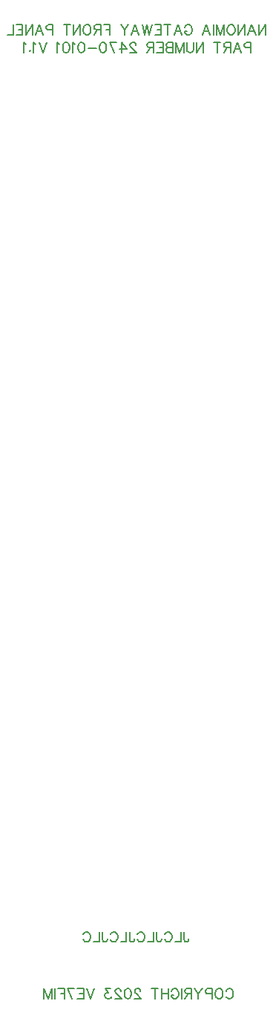
<source format=gbo>
G04 Layer: BottomSilkscreenLayer*
G04 EasyEDA v6.5.29, 2023-07-18 11:26:45*
G04 93ed5b14ed274c0ea8102e9f6fabb942,5a6b42c53f6a479593ecc07194224c93,10*
G04 Gerber Generator version 0.2*
G04 Scale: 100 percent, Rotated: No, Reflected: No *
G04 Dimensions in millimeters *
G04 leading zeros omitted , absolute positions ,4 integer and 5 decimal *
%FSLAX45Y45*%
%MOMM*%

%ADD10C,0.2032*%

%LPD*%
D10*
X3055081Y1059017D02*
G01*
X3060537Y1069926D01*
X3071446Y1080836D01*
X3082353Y1086289D01*
X3104172Y1086289D01*
X3115081Y1080836D01*
X3125990Y1069926D01*
X3131446Y1059017D01*
X3136900Y1042654D01*
X3136900Y1015382D01*
X3131446Y999017D01*
X3125990Y988108D01*
X3115081Y977198D01*
X3104172Y971745D01*
X3082353Y971745D01*
X3071446Y977198D01*
X3060537Y988108D01*
X3055081Y999017D01*
X2986354Y1086289D02*
G01*
X2997263Y1080836D01*
X3008172Y1069926D01*
X3013628Y1059017D01*
X3019082Y1042654D01*
X3019082Y1015382D01*
X3013628Y999017D01*
X3008172Y988108D01*
X2997263Y977198D01*
X2986354Y971745D01*
X2964535Y971745D01*
X2953628Y977198D01*
X2942719Y988108D01*
X2937263Y999017D01*
X2931810Y1015382D01*
X2931810Y1042654D01*
X2937263Y1059017D01*
X2942719Y1069926D01*
X2953628Y1080836D01*
X2964535Y1086289D01*
X2986354Y1086289D01*
X2895810Y1086289D02*
G01*
X2895810Y971745D01*
X2895810Y1086289D02*
G01*
X2846717Y1086289D01*
X2830355Y1080836D01*
X2824901Y1075382D01*
X2819445Y1064473D01*
X2819445Y1048108D01*
X2824901Y1037198D01*
X2830355Y1031745D01*
X2846717Y1026289D01*
X2895810Y1026289D01*
X2783446Y1086289D02*
G01*
X2739809Y1031745D01*
X2739809Y971745D01*
X2696174Y1086289D02*
G01*
X2739809Y1031745D01*
X2660172Y1086289D02*
G01*
X2660172Y971745D01*
X2660172Y1086289D02*
G01*
X2611081Y1086289D01*
X2594719Y1080836D01*
X2589265Y1075382D01*
X2583809Y1064473D01*
X2583809Y1053564D01*
X2589265Y1042654D01*
X2594719Y1037198D01*
X2611081Y1031745D01*
X2660172Y1031745D01*
X2621991Y1031745D02*
G01*
X2583809Y971745D01*
X2547810Y1086289D02*
G01*
X2547810Y971745D01*
X2429992Y1059017D02*
G01*
X2435445Y1069926D01*
X2446355Y1080836D01*
X2457264Y1086289D01*
X2479083Y1086289D01*
X2489992Y1080836D01*
X2500901Y1069926D01*
X2506355Y1059017D01*
X2511811Y1042654D01*
X2511811Y1015382D01*
X2506355Y999017D01*
X2500901Y988108D01*
X2489992Y977198D01*
X2479083Y971745D01*
X2457264Y971745D01*
X2446355Y977198D01*
X2435445Y988108D01*
X2429992Y999017D01*
X2429992Y1015382D01*
X2457264Y1015382D02*
G01*
X2429992Y1015382D01*
X2393993Y1086289D02*
G01*
X2393993Y971745D01*
X2317628Y1086289D02*
G01*
X2317628Y971745D01*
X2393993Y1031745D02*
G01*
X2317628Y1031745D01*
X2243447Y1086289D02*
G01*
X2243447Y971745D01*
X2281628Y1086289D02*
G01*
X2205266Y1086289D01*
X2079810Y1059017D02*
G01*
X2079810Y1064473D01*
X2074357Y1075382D01*
X2068901Y1080836D01*
X2057991Y1086289D01*
X2036175Y1086289D01*
X2025266Y1080836D01*
X2019810Y1075382D01*
X2014357Y1064473D01*
X2014357Y1053564D01*
X2019810Y1042654D01*
X2030719Y1026289D01*
X2085266Y971745D01*
X2008901Y971745D01*
X1940173Y1086289D02*
G01*
X1956539Y1080836D01*
X1967448Y1064473D01*
X1972901Y1037198D01*
X1972901Y1020836D01*
X1967448Y993564D01*
X1956539Y977198D01*
X1940173Y971745D01*
X1929267Y971745D01*
X1912901Y977198D01*
X1901992Y993564D01*
X1896539Y1020836D01*
X1896539Y1037198D01*
X1901992Y1064473D01*
X1912901Y1080836D01*
X1929267Y1086289D01*
X1940173Y1086289D01*
X1855083Y1059017D02*
G01*
X1855083Y1064473D01*
X1849630Y1075382D01*
X1844174Y1080836D01*
X1833265Y1086289D01*
X1811449Y1086289D01*
X1800539Y1080836D01*
X1795084Y1075382D01*
X1789630Y1064473D01*
X1789630Y1053564D01*
X1795084Y1042654D01*
X1805993Y1026289D01*
X1860539Y971745D01*
X1784174Y971745D01*
X1737266Y1086289D02*
G01*
X1677266Y1086289D01*
X1709994Y1042654D01*
X1693631Y1042654D01*
X1682722Y1037198D01*
X1677266Y1031745D01*
X1671812Y1015382D01*
X1671812Y1004473D01*
X1677266Y988108D01*
X1688175Y977198D01*
X1704538Y971745D01*
X1720903Y971745D01*
X1737266Y977198D01*
X1742721Y982654D01*
X1748175Y993564D01*
X1551813Y1086289D02*
G01*
X1508175Y971745D01*
X1464538Y1086289D02*
G01*
X1508175Y971745D01*
X1428539Y1086289D02*
G01*
X1428539Y971745D01*
X1428539Y1086289D02*
G01*
X1357629Y1086289D01*
X1428539Y1031745D02*
G01*
X1384904Y1031745D01*
X1428539Y971745D02*
G01*
X1357629Y971745D01*
X1245268Y1086289D02*
G01*
X1299811Y971745D01*
X1321630Y1086289D02*
G01*
X1245268Y1086289D01*
X1209268Y1086289D02*
G01*
X1209268Y971745D01*
X1209268Y1086289D02*
G01*
X1138359Y1086289D01*
X1209268Y1031745D02*
G01*
X1165631Y1031745D01*
X1102357Y1086289D02*
G01*
X1102357Y971745D01*
X1066358Y1086289D02*
G01*
X1066358Y971745D01*
X1066358Y1086289D02*
G01*
X1022723Y971745D01*
X979086Y1086289D02*
G01*
X1022723Y971745D01*
X979086Y1086289D02*
G01*
X979086Y971745D01*
X2574290Y1734057D02*
G01*
X2574290Y1646681D01*
X2579877Y1630426D01*
X2585211Y1624837D01*
X2596134Y1619504D01*
X2607056Y1619504D01*
X2617977Y1624837D01*
X2623565Y1630426D01*
X2628900Y1646681D01*
X2628900Y1657604D01*
X2538475Y1734057D02*
G01*
X2538475Y1619504D01*
X2538475Y1619504D02*
G01*
X2472943Y1619504D01*
X2355088Y1706626D02*
G01*
X2360422Y1717547D01*
X2371343Y1728470D01*
X2382265Y1734057D01*
X2404109Y1734057D01*
X2415031Y1728470D01*
X2425954Y1717547D01*
X2431541Y1706626D01*
X2436875Y1690370D01*
X2436875Y1663192D01*
X2431541Y1646681D01*
X2425954Y1635760D01*
X2415031Y1624837D01*
X2404109Y1619504D01*
X2382265Y1619504D01*
X2371343Y1624837D01*
X2360422Y1635760D01*
X2355088Y1646681D01*
X2264663Y1734057D02*
G01*
X2264663Y1646681D01*
X2269997Y1630426D01*
X2275331Y1624837D01*
X2286254Y1619504D01*
X2297175Y1619504D01*
X2308097Y1624837D01*
X2313686Y1630426D01*
X2319020Y1646681D01*
X2319020Y1657604D01*
X2228595Y1734057D02*
G01*
X2228595Y1619504D01*
X2228595Y1619504D02*
G01*
X2163063Y1619504D01*
X2045208Y1706626D02*
G01*
X2050795Y1717547D01*
X2061718Y1728470D01*
X2072640Y1734057D01*
X2094229Y1734057D01*
X2105152Y1728470D01*
X2116074Y1717547D01*
X2121661Y1706626D01*
X2126995Y1690370D01*
X2126995Y1663192D01*
X2121661Y1646681D01*
X2116074Y1635760D01*
X2105152Y1624837D01*
X2094229Y1619504D01*
X2072640Y1619504D01*
X2061718Y1624837D01*
X2050795Y1635760D01*
X2045208Y1646681D01*
X1954784Y1734057D02*
G01*
X1954784Y1646681D01*
X1960118Y1630426D01*
X1965706Y1624837D01*
X1976627Y1619504D01*
X1987550Y1619504D01*
X1998472Y1624837D01*
X2003806Y1630426D01*
X2009140Y1646681D01*
X2009140Y1657604D01*
X1918715Y1734057D02*
G01*
X1918715Y1619504D01*
X1918715Y1619504D02*
G01*
X1853184Y1619504D01*
X1735327Y1706626D02*
G01*
X1740915Y1717547D01*
X1751838Y1728470D01*
X1762759Y1734057D01*
X1784604Y1734057D01*
X1795525Y1728470D01*
X1806447Y1717547D01*
X1811781Y1706626D01*
X1817370Y1690370D01*
X1817370Y1663192D01*
X1811781Y1646681D01*
X1806447Y1635760D01*
X1795525Y1624837D01*
X1784604Y1619504D01*
X1762759Y1619504D01*
X1751838Y1624837D01*
X1740915Y1635760D01*
X1735327Y1646681D01*
X1644904Y1734057D02*
G01*
X1644904Y1646681D01*
X1650238Y1630426D01*
X1655825Y1624837D01*
X1666747Y1619504D01*
X1677670Y1619504D01*
X1688591Y1624837D01*
X1693925Y1630426D01*
X1699513Y1646681D01*
X1699513Y1657604D01*
X1608836Y1734057D02*
G01*
X1608836Y1619504D01*
X1608836Y1619504D02*
G01*
X1543558Y1619504D01*
X1425702Y1706626D02*
G01*
X1431036Y1717547D01*
X1441958Y1728470D01*
X1452879Y1734057D01*
X1474724Y1734057D01*
X1485645Y1728470D01*
X1496568Y1717547D01*
X1501902Y1706626D01*
X1507490Y1690370D01*
X1507490Y1663192D01*
X1501902Y1646681D01*
X1496568Y1635760D01*
X1485645Y1624837D01*
X1474724Y1619504D01*
X1452879Y1619504D01*
X1441958Y1624837D01*
X1431036Y1635760D01*
X1425702Y1646681D01*
X3505200Y12084489D02*
G01*
X3505200Y11969945D01*
X3505200Y12084489D02*
G01*
X3428837Y11969945D01*
X3428837Y12084489D02*
G01*
X3428837Y11969945D01*
X3349200Y12084489D02*
G01*
X3392835Y11969945D01*
X3349200Y12084489D02*
G01*
X3305563Y11969945D01*
X3376472Y12008126D02*
G01*
X3321928Y12008126D01*
X3269564Y12084489D02*
G01*
X3269564Y11969945D01*
X3269564Y12084489D02*
G01*
X3193201Y11969945D01*
X3193201Y12084489D02*
G01*
X3193201Y11969945D01*
X3124474Y12084489D02*
G01*
X3135383Y12079036D01*
X3146290Y12068126D01*
X3151746Y12057217D01*
X3157199Y12040854D01*
X3157199Y12013582D01*
X3151746Y11997217D01*
X3146290Y11986308D01*
X3135383Y11975398D01*
X3124474Y11969945D01*
X3102655Y11969945D01*
X3091746Y11975398D01*
X3080837Y11986308D01*
X3075383Y11997217D01*
X3069927Y12013582D01*
X3069927Y12040854D01*
X3075383Y12057217D01*
X3080837Y12068126D01*
X3091746Y12079036D01*
X3102655Y12084489D01*
X3124474Y12084489D01*
X3033928Y12084489D02*
G01*
X3033928Y11969945D01*
X3033928Y12084489D02*
G01*
X2990291Y11969945D01*
X2946656Y12084489D02*
G01*
X2990291Y11969945D01*
X2946656Y12084489D02*
G01*
X2946656Y11969945D01*
X2910654Y12084489D02*
G01*
X2910654Y11969945D01*
X2831020Y12084489D02*
G01*
X2874655Y11969945D01*
X2831020Y12084489D02*
G01*
X2787383Y11969945D01*
X2858292Y12008126D02*
G01*
X2803745Y12008126D01*
X2585565Y12057217D02*
G01*
X2591020Y12068126D01*
X2601930Y12079036D01*
X2612837Y12084489D01*
X2634655Y12084489D01*
X2645564Y12079036D01*
X2656474Y12068126D01*
X2661930Y12057217D01*
X2667383Y12040854D01*
X2667383Y12013582D01*
X2661930Y11997217D01*
X2656474Y11986308D01*
X2645564Y11975398D01*
X2634655Y11969945D01*
X2612837Y11969945D01*
X2601930Y11975398D01*
X2591020Y11986308D01*
X2585565Y11997217D01*
X2585565Y12013582D01*
X2612837Y12013582D02*
G01*
X2585565Y12013582D01*
X2505928Y12084489D02*
G01*
X2549565Y11969945D01*
X2505928Y12084489D02*
G01*
X2462293Y11969945D01*
X2533202Y12008126D02*
G01*
X2478656Y12008126D01*
X2388110Y12084489D02*
G01*
X2388110Y11969945D01*
X2426291Y12084489D02*
G01*
X2349929Y12084489D01*
X2313929Y12084489D02*
G01*
X2313929Y11969945D01*
X2313929Y12084489D02*
G01*
X2243020Y12084489D01*
X2313929Y12029945D02*
G01*
X2270292Y12029945D01*
X2313929Y11969945D02*
G01*
X2243020Y11969945D01*
X2207021Y12084489D02*
G01*
X2179749Y11969945D01*
X2152474Y12084489D02*
G01*
X2179749Y11969945D01*
X2152474Y12084489D02*
G01*
X2125202Y11969945D01*
X2097930Y12084489D02*
G01*
X2125202Y11969945D01*
X2018294Y12084489D02*
G01*
X2061931Y11969945D01*
X2018294Y12084489D02*
G01*
X1974656Y11969945D01*
X2045566Y12008126D02*
G01*
X1991022Y12008126D01*
X1938657Y12084489D02*
G01*
X1895020Y12029945D01*
X1895020Y11969945D01*
X1851385Y12084489D02*
G01*
X1895020Y12029945D01*
X1731385Y12084489D02*
G01*
X1731385Y11969945D01*
X1731385Y12084489D02*
G01*
X1660476Y12084489D01*
X1731385Y12029945D02*
G01*
X1687748Y12029945D01*
X1624477Y12084489D02*
G01*
X1624477Y11969945D01*
X1624477Y12084489D02*
G01*
X1575386Y12084489D01*
X1559021Y12079036D01*
X1553568Y12073582D01*
X1548112Y12062673D01*
X1548112Y12051764D01*
X1553568Y12040854D01*
X1559021Y12035398D01*
X1575386Y12029945D01*
X1624477Y12029945D01*
X1586293Y12029945D02*
G01*
X1548112Y11969945D01*
X1479384Y12084489D02*
G01*
X1490294Y12079036D01*
X1501203Y12068126D01*
X1506659Y12057217D01*
X1512112Y12040854D01*
X1512112Y12013582D01*
X1506659Y11997217D01*
X1501203Y11986308D01*
X1490294Y11975398D01*
X1479384Y11969945D01*
X1457568Y11969945D01*
X1446659Y11975398D01*
X1435750Y11986308D01*
X1430294Y11997217D01*
X1424840Y12013582D01*
X1424840Y12040854D01*
X1430294Y12057217D01*
X1435750Y12068126D01*
X1446659Y12079036D01*
X1457568Y12084489D01*
X1479384Y12084489D01*
X1388841Y12084489D02*
G01*
X1388841Y11969945D01*
X1388841Y12084489D02*
G01*
X1312476Y11969945D01*
X1312476Y12084489D02*
G01*
X1312476Y11969945D01*
X1238295Y12084489D02*
G01*
X1238295Y11969945D01*
X1276477Y12084489D02*
G01*
X1200114Y12084489D01*
X1080114Y12084489D02*
G01*
X1080114Y11969945D01*
X1080114Y12084489D02*
G01*
X1031024Y12084489D01*
X1014658Y12079036D01*
X1009205Y12073582D01*
X1003749Y12062673D01*
X1003749Y12046308D01*
X1009205Y12035398D01*
X1014658Y12029945D01*
X1031024Y12024489D01*
X1080114Y12024489D01*
X924115Y12084489D02*
G01*
X967750Y11969945D01*
X924115Y12084489D02*
G01*
X880478Y11969945D01*
X951387Y12008126D02*
G01*
X896840Y12008126D01*
X844478Y12084489D02*
G01*
X844478Y11969945D01*
X844478Y12084489D02*
G01*
X768113Y11969945D01*
X768113Y12084489D02*
G01*
X768113Y11969945D01*
X732114Y12084489D02*
G01*
X732114Y11969945D01*
X732114Y12084489D02*
G01*
X661205Y12084489D01*
X732114Y12029945D02*
G01*
X688477Y12029945D01*
X732114Y11969945D02*
G01*
X661205Y11969945D01*
X625205Y12084489D02*
G01*
X625205Y11969945D01*
X625205Y11969945D02*
G01*
X559752Y11969945D01*
X3340100Y11881289D02*
G01*
X3340100Y11766745D01*
X3340100Y11881289D02*
G01*
X3291009Y11881289D01*
X3274646Y11875836D01*
X3269190Y11870382D01*
X3263737Y11859473D01*
X3263737Y11843108D01*
X3269190Y11832198D01*
X3274646Y11826745D01*
X3291009Y11821289D01*
X3340100Y11821289D01*
X3184100Y11881289D02*
G01*
X3227735Y11766745D01*
X3184100Y11881289D02*
G01*
X3140463Y11766745D01*
X3211372Y11804926D02*
G01*
X3156828Y11804926D01*
X3104464Y11881289D02*
G01*
X3104464Y11766745D01*
X3104464Y11881289D02*
G01*
X3055373Y11881289D01*
X3039010Y11875836D01*
X3033555Y11870382D01*
X3028101Y11859473D01*
X3028101Y11848564D01*
X3033555Y11837654D01*
X3039010Y11832198D01*
X3055373Y11826745D01*
X3104464Y11826745D01*
X3066282Y11826745D02*
G01*
X3028101Y11766745D01*
X2953918Y11881289D02*
G01*
X2953918Y11766745D01*
X2992099Y11881289D02*
G01*
X2915737Y11881289D01*
X2795737Y11881289D02*
G01*
X2795737Y11766745D01*
X2795737Y11881289D02*
G01*
X2719374Y11766745D01*
X2719374Y11881289D02*
G01*
X2719374Y11766745D01*
X2683372Y11881289D02*
G01*
X2683372Y11799473D01*
X2677919Y11783108D01*
X2667010Y11772198D01*
X2650647Y11766745D01*
X2639738Y11766745D01*
X2623372Y11772198D01*
X2612466Y11783108D01*
X2607010Y11799473D01*
X2607010Y11881289D01*
X2571010Y11881289D02*
G01*
X2571010Y11766745D01*
X2571010Y11881289D02*
G01*
X2527373Y11766745D01*
X2483738Y11881289D02*
G01*
X2527373Y11766745D01*
X2483738Y11881289D02*
G01*
X2483738Y11766745D01*
X2447737Y11881289D02*
G01*
X2447737Y11766745D01*
X2447737Y11881289D02*
G01*
X2398646Y11881289D01*
X2382283Y11875836D01*
X2376830Y11870382D01*
X2371374Y11859473D01*
X2371374Y11848564D01*
X2376830Y11837654D01*
X2382283Y11832198D01*
X2398646Y11826745D01*
X2447737Y11826745D02*
G01*
X2398646Y11826745D01*
X2382283Y11821289D01*
X2376830Y11815836D01*
X2371374Y11804926D01*
X2371374Y11788564D01*
X2376830Y11777654D01*
X2382283Y11772198D01*
X2398646Y11766745D01*
X2447737Y11766745D01*
X2335375Y11881289D02*
G01*
X2335375Y11766745D01*
X2335375Y11881289D02*
G01*
X2264465Y11881289D01*
X2335375Y11826745D02*
G01*
X2291737Y11826745D01*
X2335375Y11766745D02*
G01*
X2264465Y11766745D01*
X2228466Y11881289D02*
G01*
X2228466Y11766745D01*
X2228466Y11881289D02*
G01*
X2179375Y11881289D01*
X2163010Y11875836D01*
X2157557Y11870382D01*
X2152101Y11859473D01*
X2152101Y11848564D01*
X2157557Y11837654D01*
X2163010Y11832198D01*
X2179375Y11826745D01*
X2228466Y11826745D01*
X2190285Y11826745D02*
G01*
X2152101Y11766745D01*
X2026648Y11854017D02*
G01*
X2026648Y11859473D01*
X2021192Y11870382D01*
X2015738Y11875836D01*
X2004829Y11881289D01*
X1983011Y11881289D01*
X1972101Y11875836D01*
X1966648Y11870382D01*
X1961192Y11859473D01*
X1961192Y11848564D01*
X1966648Y11837654D01*
X1977557Y11821289D01*
X2032101Y11766745D01*
X1955739Y11766745D01*
X1865193Y11881289D02*
G01*
X1919739Y11804926D01*
X1837921Y11804926D01*
X1865193Y11881289D02*
G01*
X1865193Y11766745D01*
X1725556Y11881289D02*
G01*
X1780103Y11766745D01*
X1801921Y11881289D02*
G01*
X1725556Y11881289D01*
X1656831Y11881289D02*
G01*
X1673194Y11875836D01*
X1684103Y11859473D01*
X1689557Y11832198D01*
X1689557Y11815836D01*
X1684103Y11788564D01*
X1673194Y11772198D01*
X1656831Y11766745D01*
X1645922Y11766745D01*
X1629557Y11772198D01*
X1618648Y11788564D01*
X1613194Y11815836D01*
X1613194Y11832198D01*
X1618648Y11859473D01*
X1629557Y11875836D01*
X1645922Y11881289D01*
X1656831Y11881289D01*
X1577195Y11815836D02*
G01*
X1479014Y11815836D01*
X1410286Y11881289D02*
G01*
X1426649Y11875836D01*
X1437558Y11859473D01*
X1443012Y11832198D01*
X1443012Y11815836D01*
X1437558Y11788564D01*
X1426649Y11772198D01*
X1410286Y11766745D01*
X1399377Y11766745D01*
X1383012Y11772198D01*
X1372102Y11788564D01*
X1366649Y11815836D01*
X1366649Y11832198D01*
X1372102Y11859473D01*
X1383012Y11875836D01*
X1399377Y11881289D01*
X1410286Y11881289D01*
X1330650Y11859473D02*
G01*
X1319740Y11864926D01*
X1303375Y11881289D01*
X1303375Y11766745D01*
X1234650Y11881289D02*
G01*
X1251013Y11875836D01*
X1261922Y11859473D01*
X1267376Y11832198D01*
X1267376Y11815836D01*
X1261922Y11788564D01*
X1251013Y11772198D01*
X1234650Y11766745D01*
X1223741Y11766745D01*
X1207376Y11772198D01*
X1196466Y11788564D01*
X1191013Y11815836D01*
X1191013Y11832198D01*
X1196466Y11859473D01*
X1207376Y11875836D01*
X1223741Y11881289D01*
X1234650Y11881289D01*
X1155014Y11859473D02*
G01*
X1144104Y11864926D01*
X1127739Y11881289D01*
X1127739Y11766745D01*
X1007739Y11881289D02*
G01*
X964105Y11766745D01*
X920468Y11881289D02*
G01*
X964105Y11766745D01*
X884468Y11859473D02*
G01*
X873559Y11864926D01*
X857196Y11881289D01*
X857196Y11766745D01*
X815741Y11794017D02*
G01*
X821194Y11788564D01*
X815741Y11783108D01*
X810287Y11788564D01*
X815741Y11794017D01*
X774285Y11859473D02*
G01*
X763376Y11864926D01*
X747013Y11881289D01*
X747013Y11766745D01*
M02*

</source>
